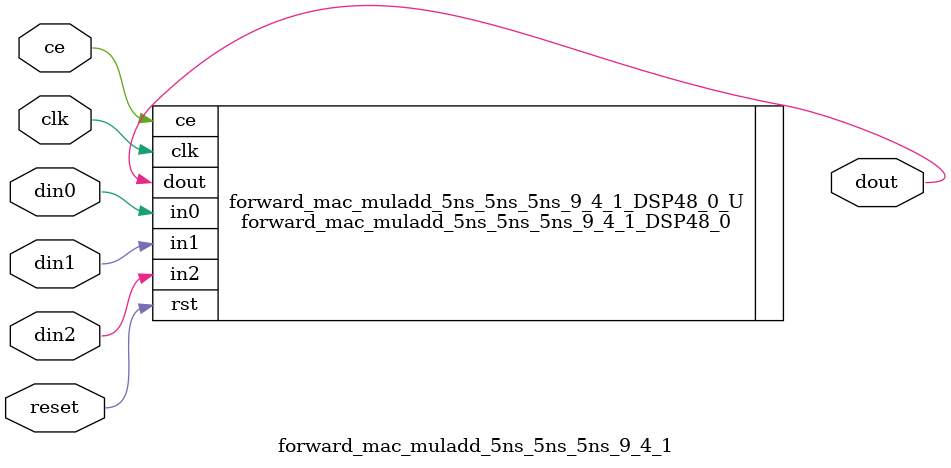
<source format=v>
module forward_mac_muladd_5ns_5ns_5ns_9_4_1(clk,reset,ce,din0,din1,din2,dout); 
parameter ID = 32'd1;
parameter NUM_STAGE = 32'd1;
parameter din0_WIDTH = 32'd1;
parameter din1_WIDTH = 32'd1;
parameter din2_WIDTH = 32'd1;
parameter dout_WIDTH = 32'd1;
input clk;
input reset;
input ce;
input[din0_WIDTH - 1:0] din0;
input[din1_WIDTH - 1:0] din1;
input[din2_WIDTH - 1:0] din2;
output[dout_WIDTH - 1:0] dout;
forward_mac_muladd_5ns_5ns_5ns_9_4_1_DSP48_0 forward_mac_muladd_5ns_5ns_5ns_9_4_1_DSP48_0_U(.clk( clk ),.rst( reset ),.ce( ce ),.in0( din0 ),.in1( din1 ),.in2( din2 ),.dout( dout ));
endmodule
</source>
